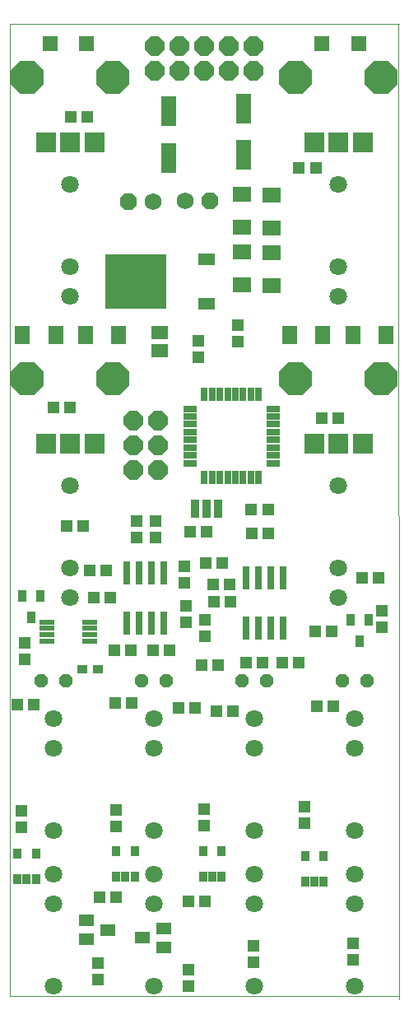
<source format=gbs>
G75*
%MOIN*%
%OFA0B0*%
%FSLAX25Y25*%
%IPPOS*%
%LPD*%
%AMOC8*
5,1,8,0,0,1.08239X$1,22.5*
%
%ADD10C,0.00000*%
%ADD11R,0.04537X0.04931*%
%ADD12R,0.04931X0.04537*%
%ADD13R,0.08000X0.08000*%
%ADD14OC8,0.13261*%
%ADD15OC8,0.08000*%
%ADD16C,0.07096*%
%ADD17R,0.06112X0.04537*%
%ADD18R,0.25009X0.21860*%
%ADD19R,0.06899X0.04537*%
%ADD20OC8,0.06900*%
%ADD21C,0.06900*%
%ADD22R,0.06506X0.05718*%
%ADD23R,0.02800X0.05600*%
%ADD24R,0.05600X0.02800*%
%ADD25R,0.06112X0.12411*%
%ADD26R,0.06112X0.06112*%
%ADD27R,0.03317X0.04498*%
%ADD28OC8,0.05400*%
%ADD29R,0.03356X0.07293*%
%ADD30R,0.07687X0.06112*%
%ADD31R,0.06112X0.07687*%
%ADD32R,0.06200X0.02300*%
%ADD33R,0.02962X0.09261*%
%ADD34R,0.03946X0.03356*%
%ADD35R,0.03356X0.04537*%
D10*
X0003081Y0002417D02*
X0160562Y0002417D01*
X0160837Y0001000D02*
X0160522Y0396000D01*
X0160562Y0396118D02*
X0003081Y0396118D01*
X0003081Y0002417D01*
D11*
X0039263Y0042378D03*
X0045956Y0042378D03*
X0075444Y0040764D03*
X0082137Y0040764D03*
X0086782Y0117772D03*
X0093475Y0117772D03*
X0087294Y0136551D03*
X0082097Y0148047D03*
X0082097Y0154740D03*
X0085641Y0162142D03*
X0092333Y0162142D03*
X0088908Y0177890D03*
X0082215Y0177890D03*
X0073554Y0176315D03*
X0073554Y0169622D03*
X0062137Y0188047D03*
X0062137Y0194740D03*
X0043830Y0163835D03*
X0037137Y0163835D03*
X0045247Y0142457D03*
X0051940Y0142457D03*
X0052294Y0121000D03*
X0045601Y0121000D03*
X0060995Y0142457D03*
X0067688Y0142457D03*
X0080601Y0136551D03*
X0113515Y0137339D03*
X0120207Y0137339D03*
X0127491Y0119898D03*
X0134184Y0119898D03*
X0136152Y0236551D03*
X0129459Y0236551D03*
X0095503Y0267358D03*
X0095503Y0274051D03*
X0120207Y0337850D03*
X0126900Y0337850D03*
X0034381Y0358323D03*
X0027688Y0358323D03*
X0027452Y0240921D03*
X0020759Y0240921D03*
X0026074Y0192654D03*
X0032767Y0192654D03*
X0012767Y0120528D03*
X0006074Y0120528D03*
D12*
X0008987Y0138835D03*
X0008987Y0145528D03*
X0035404Y0174937D03*
X0042097Y0174937D03*
X0054263Y0188047D03*
X0054263Y0194740D03*
X0074263Y0160567D03*
X0074263Y0153874D03*
X0085326Y0169031D03*
X0092019Y0169031D03*
X0101034Y0189937D03*
X0100857Y0199583D03*
X0107550Y0199583D03*
X0107727Y0189937D03*
X0126625Y0150213D03*
X0133318Y0150213D03*
X0145680Y0171866D03*
X0152373Y0171866D03*
X0153830Y0158480D03*
X0153830Y0151787D03*
X0122530Y0079031D03*
X0122530Y0072339D03*
X0141979Y0023756D03*
X0141979Y0017063D03*
X0101743Y0016079D03*
X0101743Y0022772D03*
X0081704Y0071591D03*
X0081704Y0078283D03*
X0078081Y0119031D03*
X0071389Y0119031D03*
X0045995Y0077811D03*
X0045995Y0071118D03*
X0038751Y0015764D03*
X0038751Y0009071D03*
X0007727Y0070921D03*
X0007727Y0077614D03*
X0075365Y0013205D03*
X0075365Y0006512D03*
X0098672Y0137535D03*
X0105365Y0137535D03*
X0082747Y0190606D03*
X0076054Y0190606D03*
X0079440Y0261236D03*
X0079440Y0267929D03*
D13*
X0037333Y0226039D03*
X0027491Y0226039D03*
X0017648Y0226039D03*
X0017648Y0348087D03*
X0027491Y0348087D03*
X0037333Y0348087D03*
X0126310Y0348087D03*
X0136152Y0348087D03*
X0145995Y0348087D03*
X0145995Y0226039D03*
X0136152Y0226039D03*
X0126310Y0226039D03*
D14*
X0118830Y0252417D03*
X0153475Y0252417D03*
X0153475Y0374465D03*
X0118830Y0374465D03*
X0044814Y0374465D03*
X0010168Y0374465D03*
X0010168Y0252417D03*
X0044814Y0252417D03*
D15*
X0052944Y0235409D03*
X0052944Y0225409D03*
X0052944Y0215409D03*
X0062944Y0215409D03*
X0062944Y0225409D03*
X0062944Y0235409D03*
X0061546Y0377220D03*
X0061546Y0387220D03*
X0071546Y0387220D03*
X0071546Y0377220D03*
X0081546Y0377220D03*
X0081546Y0387220D03*
X0091546Y0387220D03*
X0091546Y0377220D03*
X0101546Y0377220D03*
X0101546Y0387220D03*
D16*
X0136152Y0331157D03*
X0136152Y0297693D03*
X0136152Y0285882D03*
X0136152Y0209110D03*
X0136152Y0175646D03*
X0136152Y0163835D03*
X0142845Y0114622D03*
X0142845Y0102811D03*
X0142845Y0069346D03*
X0142845Y0051630D03*
X0142845Y0039819D03*
X0142845Y0006354D03*
X0102164Y0006354D03*
X0102164Y0039819D03*
X0102164Y0051630D03*
X0102164Y0069346D03*
X0102164Y0102811D03*
X0102164Y0114622D03*
X0061479Y0114622D03*
X0061479Y0102811D03*
X0061479Y0069346D03*
X0061479Y0051630D03*
X0061479Y0039819D03*
X0061479Y0006354D03*
X0020798Y0006354D03*
X0020798Y0039819D03*
X0020798Y0051630D03*
X0020798Y0069346D03*
X0020798Y0102811D03*
X0020798Y0114622D03*
X0027491Y0163835D03*
X0027491Y0175646D03*
X0027491Y0209110D03*
X0027491Y0285882D03*
X0027491Y0297693D03*
X0027491Y0331157D03*
D17*
X0033908Y0032969D03*
X0033908Y0025488D03*
X0042570Y0029228D03*
X0056704Y0025980D03*
X0065365Y0022240D03*
X0065365Y0029720D03*
D18*
X0053967Y0291689D03*
D19*
X0082707Y0300665D03*
X0082707Y0282713D03*
D20*
X0084007Y0324366D03*
X0051133Y0323992D03*
D21*
X0061133Y0323992D03*
X0074007Y0324366D03*
D22*
X0063613Y0271118D03*
X0063613Y0263638D03*
D23*
X0081782Y0246128D03*
X0084932Y0246128D03*
X0088081Y0246128D03*
X0091231Y0246128D03*
X0094381Y0246128D03*
X0097530Y0246128D03*
X0100680Y0246128D03*
X0103830Y0246128D03*
X0103830Y0212328D03*
X0100680Y0212328D03*
X0097530Y0212328D03*
X0094381Y0212328D03*
X0091231Y0212328D03*
X0088081Y0212328D03*
X0084932Y0212328D03*
X0081782Y0212328D03*
D24*
X0075906Y0218205D03*
X0075906Y0221354D03*
X0075906Y0224504D03*
X0075906Y0227654D03*
X0075906Y0230803D03*
X0075906Y0233953D03*
X0075906Y0237102D03*
X0075906Y0240252D03*
X0109706Y0240252D03*
X0109706Y0237102D03*
X0109706Y0233953D03*
X0109706Y0230803D03*
X0109706Y0227654D03*
X0109706Y0224504D03*
X0109706Y0221354D03*
X0109706Y0218205D03*
D25*
X0067373Y0341866D03*
X0067373Y0360764D03*
X0097688Y0361906D03*
X0097688Y0343008D03*
D26*
X0129459Y0388244D03*
X0144420Y0388244D03*
X0034184Y0388244D03*
X0019223Y0388244D03*
D27*
X0013593Y0060094D03*
X0013593Y0049898D03*
X0009853Y0049898D03*
X0006113Y0049898D03*
X0006113Y0060094D03*
X0046074Y0061039D03*
X0046074Y0050843D03*
X0049814Y0050843D03*
X0053554Y0050843D03*
X0053554Y0061039D03*
X0081270Y0061000D03*
X0081270Y0050803D03*
X0085011Y0050803D03*
X0088751Y0050803D03*
X0088751Y0061000D03*
X0122609Y0058953D03*
X0122609Y0048756D03*
X0126349Y0048756D03*
X0130089Y0048756D03*
X0130089Y0058953D03*
D28*
X0137845Y0130055D03*
X0147845Y0130055D03*
X0107164Y0130055D03*
X0097164Y0130055D03*
X0066479Y0130055D03*
X0056479Y0130055D03*
X0025798Y0130055D03*
X0015798Y0130055D03*
D29*
X0077885Y0199937D03*
X0082609Y0199937D03*
X0087333Y0199937D03*
D30*
X0109066Y0290055D03*
X0109066Y0303441D03*
X0109066Y0313480D03*
X0109066Y0326866D03*
X0097097Y0327102D03*
X0097097Y0313717D03*
X0097137Y0303913D03*
X0097137Y0290528D03*
D31*
X0116467Y0270134D03*
X0129853Y0270134D03*
X0142058Y0270134D03*
X0155444Y0270134D03*
X0047176Y0270134D03*
X0033790Y0270134D03*
X0021585Y0270134D03*
X0008200Y0270134D03*
D32*
X0018104Y0153855D03*
X0018104Y0151355D03*
X0018104Y0148755D03*
X0018104Y0146255D03*
X0035304Y0146255D03*
X0035304Y0148755D03*
X0035304Y0151355D03*
X0035304Y0153855D03*
D33*
X0050385Y0153323D03*
X0055385Y0153323D03*
X0060385Y0153323D03*
X0065385Y0153323D03*
X0065385Y0173795D03*
X0060385Y0173795D03*
X0055385Y0173795D03*
X0050385Y0173795D03*
X0098849Y0171827D03*
X0103849Y0171827D03*
X0108849Y0171827D03*
X0113849Y0171827D03*
X0113849Y0151354D03*
X0108849Y0151354D03*
X0103849Y0151354D03*
X0098849Y0151354D03*
D34*
X0038593Y0134740D03*
X0032294Y0134740D03*
D35*
X0015522Y0164465D03*
X0011782Y0155803D03*
X0008042Y0164465D03*
X0140916Y0154622D03*
X0144656Y0145961D03*
X0148396Y0154622D03*
M02*

</source>
